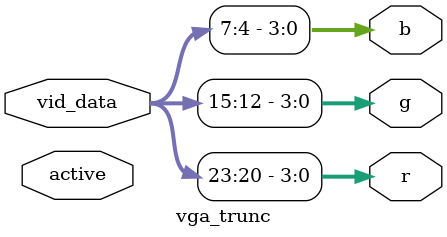
<source format=v>
`timescale 1ns / 1ps


module vga_trunc(
    input wire [23:0] vid_data,
    input wire active,
    output wire [3:0] r,
    output wire [3:0] g,
    output wire [3:0] b
    );
    
assign r[3:0] = vid_data[23:20];
assign g[3:0] = vid_data[15:12];
assign b[3:0] = vid_data[7:4];
    
endmodule

</source>
